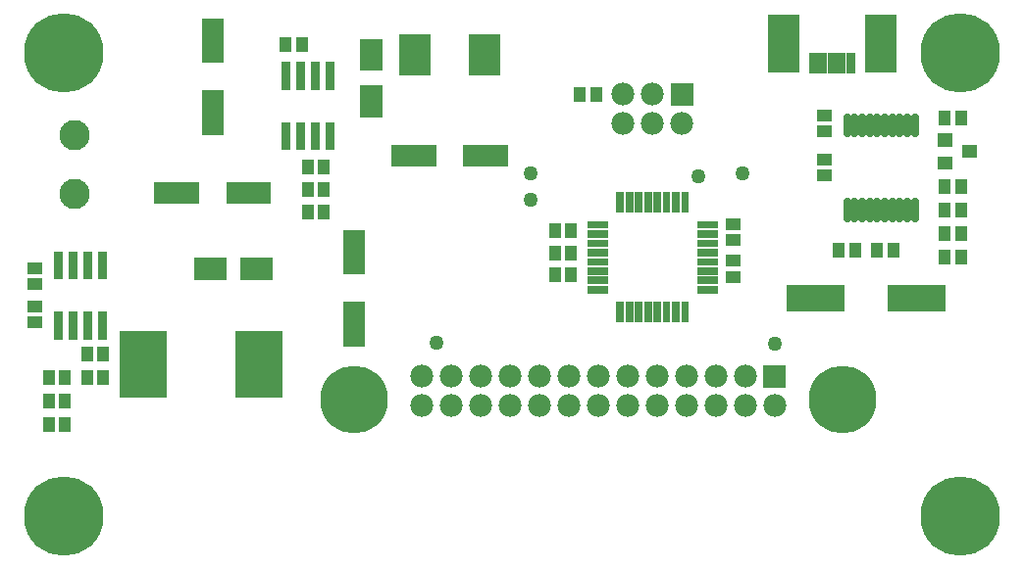
<source format=gts>
G04 start of page 6 for group -4063 idx -4063 *
G04 Title: Dot-Flip Control, componentmask *
G04 Creator: pcb 20110918 *
G04 CreationDate: Tue 04 Dec 2012 09:28:54 AM GMT UTC *
G04 For: bertho *
G04 Format: Gerber/RS-274X *
G04 PCB-Dimensions: 450000 250000 *
G04 PCB-Coordinate-Origin: lower left *
%MOIN*%
%FSLAX25Y25*%
%LNTOPMASK*%
%ADD80R,0.0257X0.0257*%
%ADD79R,0.1084X0.1084*%
%ADD78R,0.0297X0.0297*%
%ADD77R,0.1616X0.1616*%
%ADD76R,0.0300X0.0300*%
%ADD75R,0.0769X0.0769*%
%ADD74R,0.0733X0.0733*%
%ADD73R,0.0887X0.0887*%
%ADD72C,0.0260*%
%ADD71R,0.0395X0.0395*%
%ADD70R,0.0440X0.0440*%
%ADD69C,0.1033*%
%ADD68C,0.2300*%
%ADD67C,0.2700*%
%ADD66C,0.0500*%
%ADD65C,0.0774*%
%ADD64C,0.0001*%
G54D64*G36*
X245128Y200372D02*Y192628D01*
X252872D01*
Y200372D01*
X245128D01*
G37*
G54D65*X239000Y196500D03*
X229000D03*
X249000Y186500D03*
X239000D03*
X229000D03*
G54D66*X269500Y169500D03*
X254500Y168500D03*
G54D67*X343500Y53000D03*
Y210500D03*
G54D65*X240500Y100500D03*
X230500D03*
X220500D03*
X210500D03*
X200500D03*
X190500D03*
X220500Y90500D03*
X210500D03*
X200500D03*
G54D66*X197500Y160500D03*
Y169500D03*
G54D65*X180500Y100500D03*
X170500D03*
X160500D03*
G54D66*X165500Y112000D03*
G54D65*X190500Y90500D03*
X180500D03*
X170500D03*
X160500D03*
G54D68*X137500Y92500D03*
G54D67*X39000Y53000D03*
Y210500D03*
G54D69*X42500Y182500D03*
Y162500D03*
G54D64*G36*
X276628Y104371D02*Y96628D01*
X284372D01*
Y104371D01*
X276628D01*
G37*
G54D65*X280500Y90500D03*
G54D66*Y111500D03*
G54D65*X250500Y100500D03*
Y90500D03*
X240500D03*
X230500D03*
G54D68*X303500Y92500D03*
G54D65*X270500Y100500D03*
Y90500D03*
X260500Y100500D03*
Y90500D03*
G54D70*X346300Y177000D02*X346900D01*
G54D71*X343756Y157492D02*Y156508D01*
Y165492D02*Y164508D01*
G54D70*X338100Y173100D02*X338700D01*
G54D71*X338244Y157492D02*Y156508D01*
Y165492D02*Y164508D01*
G54D70*X338100Y180900D02*X338700D01*
G54D71*X343756Y149492D02*Y148508D01*
Y141492D02*Y140508D01*
X338244Y149492D02*Y148508D01*
Y141492D02*Y140508D01*
X343756Y188992D02*Y188008D01*
X338244Y188992D02*Y188008D01*
X297008Y174256D02*X297992D01*
X297008Y168744D02*X297992D01*
X297008Y183744D02*X297992D01*
X297008Y189256D02*X297992D01*
G54D72*X305083Y188626D02*Y183114D01*
X307642Y188626D02*Y183114D01*
X310201Y188626D02*Y183114D01*
X312760Y188626D02*Y183114D01*
X315319Y188626D02*Y183114D01*
X317878Y188626D02*Y183114D01*
X320437Y188626D02*Y183114D01*
X322996Y188626D02*Y183114D01*
X325555Y188626D02*Y183114D01*
X328114Y188626D02*Y183114D01*
Y159886D02*Y154374D01*
G54D73*X323310Y127000D02*X334137D01*
G54D72*X325555Y159886D02*Y154374D01*
X322996Y159886D02*Y154374D01*
X320437Y159886D02*Y154374D01*
X317878Y159886D02*Y154374D01*
X315319Y159886D02*Y154374D01*
X312760Y159886D02*Y154374D01*
X310201Y159886D02*Y154374D01*
X307642Y159886D02*Y154374D01*
X305083Y159886D02*Y154374D01*
G54D71*X307756Y143992D02*Y143008D01*
X302244Y143992D02*Y143008D01*
X315244Y143992D02*Y143008D01*
X320756Y143992D02*Y143008D01*
G54D74*X137500Y122233D02*Y114359D01*
Y146641D02*Y138767D01*
G54D75*X102799Y137000D02*X105949D01*
G54D71*X121744Y156992D02*Y156008D01*
X127256Y156992D02*Y156008D01*
Y164492D02*Y163508D01*
X121744Y164492D02*Y163508D01*
G54D74*X178267Y175500D02*X186141D01*
X153859D02*X161733D01*
G54D75*X143500Y195701D02*Y192551D01*
G54D74*X89500Y194233D02*Y186359D01*
G54D76*X129500Y185500D02*Y179000D01*
X124500Y185500D02*Y179000D01*
X119500Y185500D02*Y179000D01*
X114500Y185500D02*Y179000D01*
Y206000D02*Y199500D01*
X119500Y206000D02*Y199500D01*
G54D71*X121744Y172236D02*Y171252D01*
G54D76*X124500Y206000D02*Y199500D01*
X129500Y206000D02*Y199500D01*
G54D71*X127256Y172236D02*Y171252D01*
G54D74*X73359Y163000D02*X81233D01*
X97767D02*X105641D01*
G54D77*X105185Y107846D02*Y101154D01*
G54D71*X39256Y84492D02*Y83508D01*
X33744Y84492D02*Y83508D01*
X39256Y100492D02*Y99508D01*
X33744Y100492D02*Y99508D01*
X39256Y92492D02*Y91508D01*
X33744Y92492D02*Y91508D01*
G54D75*X87051Y137000D02*X90201D01*
G54D77*X65815Y107846D02*Y101154D01*
G54D71*X52256Y100492D02*Y99508D01*
Y108492D02*Y107508D01*
G54D76*X52000Y121000D02*Y114500D01*
Y141500D02*Y135000D01*
G54D71*X46744Y100492D02*Y99508D01*
Y108492D02*Y107508D01*
G54D76*X47000Y121000D02*Y114500D01*
Y141500D02*Y135000D01*
G54D71*X28508Y118744D02*X29492D01*
X28508Y124256D02*X29492D01*
G54D76*X37000Y121000D02*Y114500D01*
X42000Y121000D02*Y114500D01*
G54D71*X28508Y131744D02*X29492D01*
X28508Y137256D02*X29492D01*
G54D76*X42000Y141500D02*Y135000D01*
X37000Y141500D02*Y135000D01*
G54D78*X306299Y208969D02*Y205031D01*
X303150Y208969D02*Y205031D01*
X300000Y208969D02*Y205031D01*
X296850Y208969D02*Y205031D01*
X293701Y208969D02*Y205031D01*
G54D79*X283465Y218024D02*Y209362D01*
X316535Y218024D02*Y209362D01*
X181811Y211575D02*Y208425D01*
X158189Y211575D02*Y208425D01*
G54D75*X143500Y211449D02*Y208299D01*
G54D71*X119756Y213992D02*Y213008D01*
X114244Y213992D02*Y213008D01*
G54D74*X89500Y218641D02*Y210767D01*
G54D80*X255566Y129977D02*X259992D01*
X255566Y133126D02*X259992D01*
X255566Y136276D02*X259992D01*
X255566Y139425D02*X259992D01*
X255566Y142575D02*X259992D01*
X255566Y145725D02*X259992D01*
G54D71*X266008Y134244D02*X266992D01*
G54D73*X288863Y127000D02*X299690D01*
G54D71*X266008Y139756D02*X266992D01*
G54D80*X255566Y148874D02*X259992D01*
X255566Y152024D02*X259992D01*
X250023Y161992D02*Y157566D01*
X246874Y161992D02*Y157566D01*
X243724Y161992D02*Y157566D01*
X240575Y161992D02*Y157566D01*
X237425Y161992D02*Y157566D01*
X234275Y161992D02*Y157566D01*
G54D71*X266008Y152256D02*X266992D01*
X266008Y146744D02*X266992D01*
G54D80*X231126Y161992D02*Y157566D01*
X227976Y161992D02*Y157566D01*
X218008Y152023D02*X222434D01*
X218008Y148874D02*X222434D01*
X218008Y145724D02*X222434D01*
G54D71*X205744Y150492D02*Y149508D01*
X211256Y150492D02*Y149508D01*
X214244Y196992D02*Y196008D01*
X219756Y196992D02*Y196008D01*
G54D80*X218008Y142575D02*X222434D01*
X218008Y139425D02*X222434D01*
X218008Y136275D02*X222434D01*
X218008Y133126D02*X222434D01*
X218008Y129976D02*X222434D01*
X227977Y124434D02*Y120008D01*
X231126Y124434D02*Y120008D01*
X234276Y124434D02*Y120008D01*
X237425Y124434D02*Y120008D01*
X240575Y124434D02*Y120008D01*
X243725Y124434D02*Y120008D01*
X246874Y124434D02*Y120008D01*
X250024Y124434D02*Y120008D01*
G54D71*X205744Y135492D02*Y134508D01*
X211256Y135492D02*Y134508D01*
X205744Y142992D02*Y142008D01*
X211256Y142992D02*Y142008D01*
M02*

</source>
